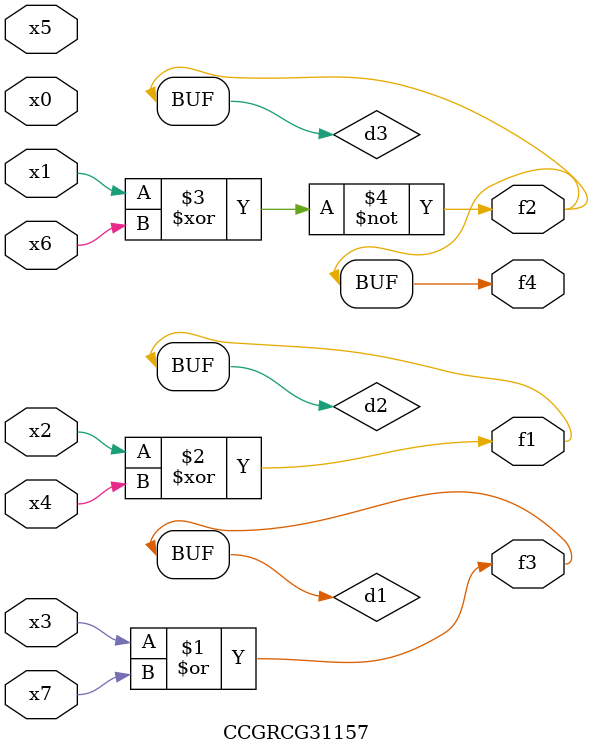
<source format=v>
module CCGRCG31157(
	input x0, x1, x2, x3, x4, x5, x6, x7,
	output f1, f2, f3, f4
);

	wire d1, d2, d3;

	or (d1, x3, x7);
	xor (d2, x2, x4);
	xnor (d3, x1, x6);
	assign f1 = d2;
	assign f2 = d3;
	assign f3 = d1;
	assign f4 = d3;
endmodule

</source>
